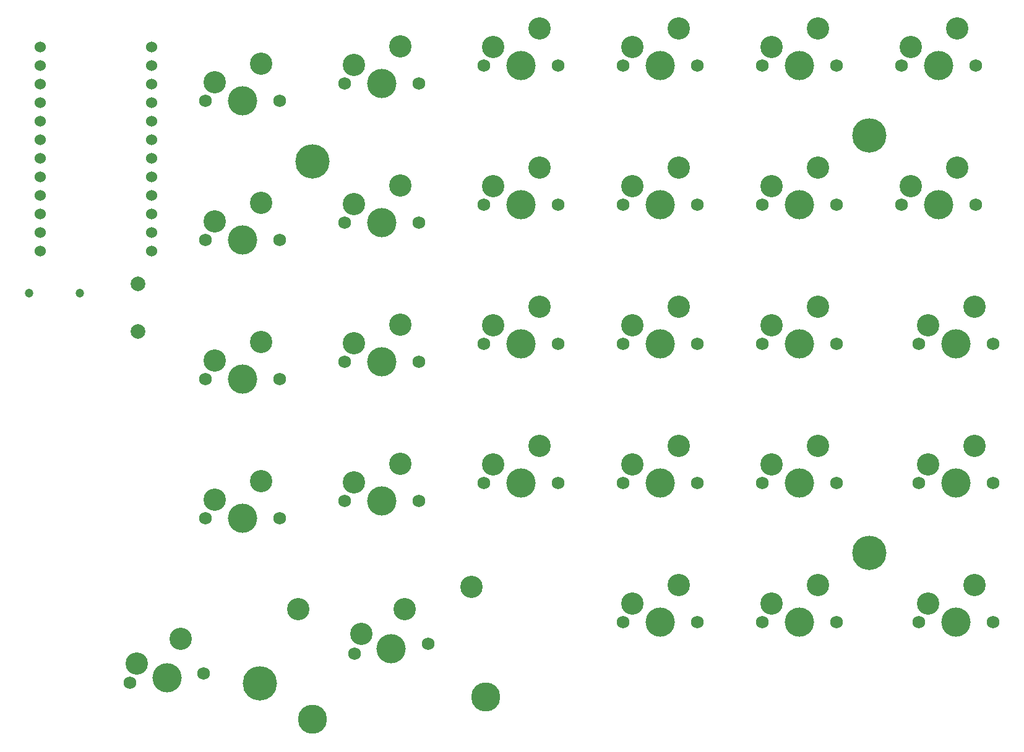
<source format=gbr>
%TF.GenerationSoftware,KiCad,Pcbnew,(6.0.4)*%
%TF.CreationDate,2022-10-11T17:37:43-05:00*%
%TF.ProjectId,GummyKey_Right,47756d6d-794b-4657-995f-52696768742e,rev?*%
%TF.SameCoordinates,Original*%
%TF.FileFunction,Soldermask,Top*%
%TF.FilePolarity,Negative*%
%FSLAX46Y46*%
G04 Gerber Fmt 4.6, Leading zero omitted, Abs format (unit mm)*
G04 Created by KiCad (PCBNEW (6.0.4)) date 2022-10-11 17:37:43*
%MOMM*%
%LPD*%
G01*
G04 APERTURE LIST*
%ADD10C,3.048000*%
%ADD11C,3.987800*%
%ADD12C,4.700000*%
%ADD13C,4.000000*%
%ADD14C,3.050000*%
%ADD15C,1.750000*%
%ADD16C,1.524000*%
%ADD17C,2.000000*%
%ADD18C,1.200000*%
G04 APERTURE END LIST*
D10*
%TO.C,*%
X112364826Y-129187319D03*
X136036563Y-126070876D03*
D11*
X114350129Y-144267196D03*
X138021867Y-141150752D03*
%TD*%
D12*
%TO.C,TH3*%
X107156250Y-139303125D03*
%TD*%
%TO.C,TH3*%
X114300000Y-67865625D03*
%TD*%
%TO.C,TH3*%
X190500000Y-64293750D03*
%TD*%
%TO.C,TH3*%
X190500000Y-121443750D03*
%TD*%
D13*
%TO.C,K14*%
X180975000Y-92868750D03*
D14*
X177165000Y-90328750D03*
D15*
X186055000Y-92868750D03*
D14*
X183515000Y-87788750D03*
D15*
X175895000Y-92868750D03*
%TD*%
%TO.C,K10*%
X137795000Y-73818750D03*
D14*
X145415000Y-68738750D03*
X139065000Y-71278750D03*
D13*
X142875000Y-73818750D03*
D15*
X147955000Y-73818750D03*
%TD*%
%TO.C,K8*%
X186055000Y-73818750D03*
X175895000Y-73818750D03*
D14*
X183515000Y-68738750D03*
D13*
X180975000Y-73818750D03*
D14*
X177165000Y-71278750D03*
%TD*%
%TO.C,K24*%
X100965000Y-114141250D03*
D15*
X109855000Y-116681250D03*
X99695000Y-116681250D03*
D13*
X104775000Y-116681250D03*
D14*
X107315000Y-111601250D03*
%TD*%
D15*
%TO.C,K5*%
X118745000Y-57150000D03*
D13*
X123825000Y-57150000D03*
D14*
X120015000Y-54610000D03*
X126365000Y-52070000D03*
D15*
X128905000Y-57150000D03*
%TD*%
D13*
%TO.C,K9*%
X161925000Y-73818750D03*
D14*
X164465000Y-68738750D03*
X158115000Y-71278750D03*
D15*
X156845000Y-73818750D03*
X167005000Y-73818750D03*
%TD*%
%TO.C,K16*%
X137795000Y-92868750D03*
X147955000Y-92868750D03*
D14*
X145415000Y-87788750D03*
D13*
X142875000Y-92868750D03*
D14*
X139065000Y-90328750D03*
%TD*%
D15*
%TO.C,K2*%
X186055000Y-54768750D03*
D14*
X183515000Y-49688750D03*
D15*
X175895000Y-54768750D03*
D14*
X177165000Y-52228750D03*
D13*
X180975000Y-54768750D03*
%TD*%
D16*
%TO.C,U1*%
X92323900Y-52197000D03*
X92323900Y-54737000D03*
X92323900Y-57277000D03*
X92323900Y-59817000D03*
X92323900Y-62357000D03*
X92323900Y-64897000D03*
X92323900Y-67437000D03*
X92323900Y-69977000D03*
X92323900Y-72517000D03*
X92323900Y-75057000D03*
X92323900Y-77597000D03*
X92323900Y-80137000D03*
X77103900Y-80137000D03*
X77103900Y-77597000D03*
X77103900Y-75057000D03*
X77103900Y-72517000D03*
X77103900Y-69977000D03*
X77103900Y-67437000D03*
X77103900Y-64897000D03*
X77103900Y-62357000D03*
X77103900Y-59817000D03*
X77103900Y-57277000D03*
X77103900Y-54737000D03*
X77103900Y-52197000D03*
%TD*%
D13*
%TO.C,K11*%
X123825000Y-76200000D03*
D14*
X120015000Y-73660000D03*
D15*
X128905000Y-76200000D03*
D14*
X126365000Y-71120000D03*
D15*
X118745000Y-76200000D03*
%TD*%
D14*
%TO.C,K26*%
X177165000Y-128428750D03*
X183515000Y-125888750D03*
D13*
X180975000Y-130968750D03*
D15*
X186055000Y-130968750D03*
X175895000Y-130968750D03*
%TD*%
%TO.C,K21*%
X167005000Y-111918750D03*
D14*
X158115000Y-109378750D03*
X164465000Y-106838750D03*
D15*
X156845000Y-111918750D03*
D13*
X161925000Y-111918750D03*
%TD*%
%TO.C,K22*%
X142875000Y-111918750D03*
D15*
X137795000Y-111918750D03*
D14*
X145415000Y-106838750D03*
X139065000Y-109378750D03*
D15*
X147955000Y-111918750D03*
%TD*%
D13*
%TO.C,K4*%
X142875000Y-54768750D03*
D15*
X137795000Y-54768750D03*
D14*
X145415000Y-49688750D03*
X139065000Y-52228750D03*
D15*
X147955000Y-54768750D03*
%TD*%
D14*
%TO.C,K18*%
X107315000Y-92551250D03*
X100965000Y-95091250D03*
D15*
X99695000Y-97631250D03*
X109855000Y-97631250D03*
D13*
X104775000Y-97631250D03*
%TD*%
D14*
%TO.C,K7*%
X196215000Y-71278750D03*
X202565000Y-68738750D03*
D15*
X205105000Y-73818750D03*
D13*
X200025000Y-73818750D03*
D15*
X194945000Y-73818750D03*
%TD*%
D14*
%TO.C,K3*%
X158115000Y-52228750D03*
X164465000Y-49688750D03*
D13*
X161925000Y-54768750D03*
D15*
X156845000Y-54768750D03*
X167005000Y-54768750D03*
%TD*%
D13*
%TO.C,K23*%
X123825000Y-114300000D03*
D15*
X118745000Y-114300000D03*
X128905000Y-114300000D03*
D14*
X120015000Y-111760000D03*
X126365000Y-109220000D03*
%TD*%
D17*
%TO.C,SW1*%
X90418750Y-84656250D03*
X90418750Y-91156250D03*
%TD*%
D13*
%TO.C,K6*%
X104775000Y-59531250D03*
D15*
X109855000Y-59531250D03*
X99695000Y-59531250D03*
D14*
X100965000Y-56991250D03*
X107315000Y-54451250D03*
%TD*%
D13*
%TO.C,K19*%
X202406250Y-111918750D03*
D15*
X207486250Y-111918750D03*
D14*
X204946250Y-106838750D03*
X198596250Y-109378750D03*
D15*
X197326250Y-111918750D03*
%TD*%
D14*
%TO.C,K1*%
X196215000Y-52228750D03*
X202565000Y-49688750D03*
D15*
X205105000Y-54768750D03*
D13*
X200025000Y-54768750D03*
D15*
X194945000Y-54768750D03*
%TD*%
%TO.C,K15*%
X167005000Y-92868750D03*
X156845000Y-92868750D03*
D13*
X161925000Y-92868750D03*
D14*
X158115000Y-90328750D03*
X164465000Y-87788750D03*
%TD*%
D15*
%TO.C,K28*%
X130148960Y-133891267D03*
D13*
X125112420Y-134554340D03*
D15*
X120075880Y-135217413D03*
D14*
X126967617Y-129186264D03*
X121003479Y-132533375D03*
%TD*%
D15*
%TO.C,K20*%
X186055000Y-111918750D03*
D14*
X183515000Y-106838750D03*
X177165000Y-109378750D03*
D13*
X180975000Y-111918750D03*
D15*
X175895000Y-111918750D03*
%TD*%
D13*
%TO.C,K25*%
X202406250Y-130968750D03*
D14*
X204946250Y-125888750D03*
D15*
X207486250Y-130968750D03*
X197326250Y-130968750D03*
D14*
X198596250Y-128428750D03*
%TD*%
D15*
%TO.C,K27*%
X156845000Y-130968750D03*
X167005000Y-130968750D03*
D13*
X161925000Y-130968750D03*
D14*
X158115000Y-128428750D03*
X164465000Y-125888750D03*
%TD*%
D13*
%TO.C,K13*%
X202406250Y-92868750D03*
D15*
X197326250Y-92868750D03*
D14*
X198596250Y-90328750D03*
X204946250Y-87788750D03*
D15*
X207486250Y-92868750D03*
%TD*%
D13*
%TO.C,K29*%
X94421005Y-138594942D03*
D15*
X89384465Y-139258015D03*
D14*
X96276202Y-133226866D03*
D15*
X99457545Y-137931869D03*
D14*
X90312064Y-136573977D03*
%TD*%
%TO.C,K12*%
X107315000Y-73501250D03*
X100965000Y-76041250D03*
D13*
X104775000Y-78581250D03*
D15*
X99695000Y-78581250D03*
X109855000Y-78581250D03*
%TD*%
D18*
%TO.C,J1*%
X82500000Y-85900000D03*
X75500000Y-85900000D03*
%TD*%
D15*
%TO.C,K17*%
X118745000Y-95250000D03*
X128905000Y-95250000D03*
D14*
X120015000Y-92710000D03*
D13*
X123825000Y-95250000D03*
D14*
X126365000Y-90170000D03*
%TD*%
M02*

</source>
